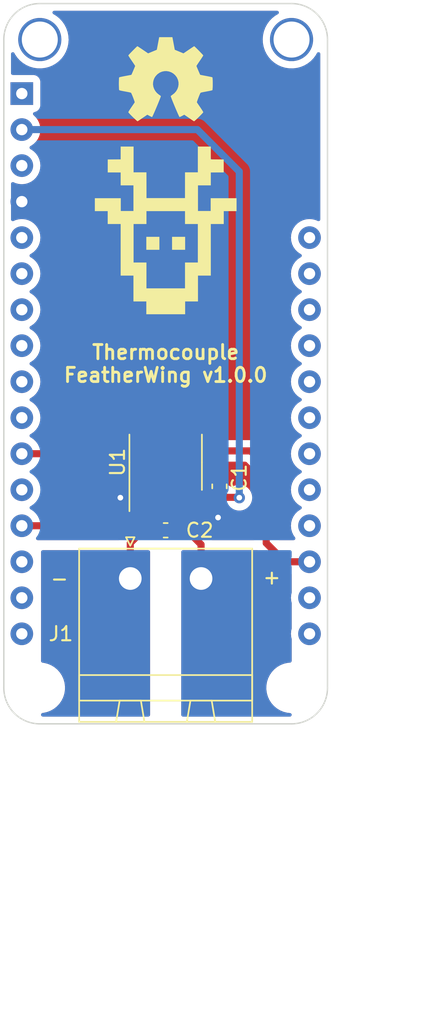
<source format=kicad_pcb>
(kicad_pcb (version 20211014) (generator pcbnew)
  (title_block (title "Thermocouple FeatherWing") (date "2023-06-22") (rev "1.0.0") (company "Christian Hirsch") (comment 1 "Copyright (c) 2023 Christian Hirsch") (comment 2 "SPDX-License-Identifier: Apache-2.0 WITH SHL-2.1"))
  (layers (0 "F.Cu" signal) (31 "B.Cu" signal) (34 "B.Paste" user) (35 "F.Paste" user) (36 "B.SilkS" user "B.Silkscreen") (37 "F.SilkS" user "F.Silkscreen") (38 "B.Mask" user) (39 "F.Mask" user) (44 "Edge.Cuts" user))
  (net 0 "")
  (net 2 "VDD")
  (net 4 "GND")
  (net 11 "/SCK")
  (net 13 "/SO")
  (net 19 "/~{CS}")
  (net 29 "/T+")
  (net 30 "/T-")
  (footprint "Symbol:OSHW-Symbol_6.7x6mm_SilkScreen" (layer "F.Cu") (at 100 99)
    (fp_text reference "REF**" hide)
    (fp_text value "OSHW-Symbol_6.7x6mm_SilkScreen" hide)
    (fp_poly (pts (xy 0.555814 -2.531069) (xy 0.639635 -2.086445) (xy 0.94892 -1.958947) (xy 1.258206 -1.831449) (xy 1.629246 -2.083754) (xy 1.733157 -2.154004) (xy 1.827087 -2.216728) (xy 1.906652 -2.269062) (xy 1.96747 -2.308143) (xy 2.005157 -2.331107) (xy 2.015421 -2.336058) (xy 2.03391 -2.323324) (xy 2.07342 -2.288118) (xy 2.129522 -2.234938) (xy 2.197787 -2.168282) (xy 2.273786 -2.092646) (xy 2.353092 -2.012528) (xy 2.431275 -1.932426) (xy 2.503907 -1.856836) (xy 2.566559 -1.790255) (xy 2.614803 -1.737182) (xy 2.64421 -1.702113) (xy 2.651241 -1.690377) (xy 2.641123 -1.66874) (xy 2.612759 -1.621338) (xy 2.569129 -1.552807) (xy 2.513218 -1.467785) (xy 2.448006 -1.370907) (xy 2.410219 -1.31565) (xy 2.341343 -1.214752) (xy 2.28014 -1.123701) (xy 2.229578 -1.04703) (xy 2.192628 -0.989272) (xy 2.172258 -0.954957) (xy 2.169197 -0.947746) (xy 2.176136 -0.927252) (xy 2.195051 -0.879487) (xy 2.223087 -0.811168) (xy 2.257391 -0.729011) (xy 2.295109 -0.63973) (xy 2.333387 -0.550042) (xy 2.36937 -0.466662) (xy 2.400206 -0.396306) (xy 2.423039 -0.34569) (xy 2.435017 -0.321529) (xy 2.435724 -0.320578) (xy 2.454531 -0.315964) (xy 2.504618 -0.305672) (xy 2.580793 -0.290713) (xy 2.677865 -0.272099) (xy 2.790643 -0.250841) (xy 2.856442 -0.238582) (xy 2.97695 -0.215638) (xy 3.085797 -0.193805) (xy 3.177476 -0.174278) (xy 3.246481 -0.158252) (xy 3.287304 -0.146921) (xy 3.295511 -0.143326) (xy 3.303548 -0.118994) (xy 3.310033 -0.064041) (xy 3.31497 0.015108) (xy 3.318364 0.112026) (xy 3.320218 0.220287) (xy 3.320538 0.333465) (xy 3.319327 0.445135) (xy 3.31659 0.548868) (xy 3.312331 0.638241) (xy 3.306555 0.706826) (xy 3.299267 0.748197) (xy 3.294895 0.75681) (xy 3.268764 0.767133) (xy 3.213393 0.781892) (xy 3.136107 0.799352) (xy 3.04423 0.81778) (xy 3.012158 0.823741) (xy 2.857524 0.852066) (xy 2.735375 0.874876) (xy 2.641673 0.89308) (xy 2.572384 0.907583) (xy 2.523471 0.919292) (xy 2.490897 0.929115) (xy 2.470628 0.937956) (xy 2.458626 0.946724) (xy 2.456947 0.948457) (xy 2.440184 0.976371) (xy 2.414614 1.030695) (xy 2.382788 1.104777) (xy 2.34726 1.191965) (xy 2.310583 1.285608) (xy 2.275311 1.379052) (xy 2.243996 1.465647) (xy 2.219193 1.53874) (xy 2.203454 1.591678) (xy 2.199332 1.617811) (xy 2.199676 1.618726) (xy 2.213641 1.640086) (xy 2.245322 1.687084) (xy 2.291391 1.754827) (xy 2.348518 1.838423) (xy 2.413373 1.932982) (xy 2.431843 1.959854) (xy 2.497699 2.057275) (xy 2.55565 2.146163) (xy 2.602538 2.221412) (xy 2.635207 2.27792) (xy 2.6505 2.310581) (xy 2.651241 2.314593) (xy 2.638392 2.335684) (xy 2.602888 2.377464) (xy 2.549293 2.435445) (xy 2.482171 2.505135) (xy 2.406087 2.582045) (xy 2.325604 2.661683) (xy 2.245287 2.739561) (xy 2.169699 2.811186) (xy 2.103405 2.87207) (xy 2.050969 2.917721) (xy 2.016955 2.94365) (xy 2.007545 2.947883) (xy 1.985643 2.937912) (xy 1.9408 2.91102) (xy 1.880321 2.871736) (xy 1.833789 2.840117) (xy 1.749475 2.782098) (xy 1.649626 2.713784) (xy 1.549473 2.645579) (xy 1.495627 2.609075) (xy 1.313371 2.4858) (xy 1.160381 2.56852) (xy 1.090682 2.604759) (xy 1.031414 2.632926) (xy 0.991311 2.648991) (xy 0.981103 2.651226) (xy 0.968829 2.634722) (xy 0.944613 2.588082) (xy 0.910263 2.515609) (xy 0.867588 2.421606) (xy 0.818394 2.310374) (xy 0.76449 2.186215) (xy 0.707684 2.053432) (xy 0.649782 1.916327) (xy 0.592593 1.779202) (xy 0.537924 1.646358) (xy 0.487584 1.522098) (xy 0.44338 1.410725) (xy 0.407119 1.316539) (xy 0.380609 1.243844) (xy 0.365658 1.196941) (xy 0.363254 1.180833) (xy 0.382311 1.160286) (xy 0.424036 1.126933) (xy 0.479706 1.087702) (xy 0.484378 1.084599) (xy 0.628264 0.969423) (xy 0.744283 0.835053) (xy 0.83143 0.685784) (xy 0.888699 0.525913) (xy 0.915086 0.359737) (xy 0.909585 0.191552) (xy 0.87119 0.025655) (xy 0.798895 -0.133658) (xy 0.777626 -0.168513) (xy 0.666996 -0.309263) (xy 0.536302 -0.422286) (xy 0.390064 -0.506997) (xy 0.232808 -0.562806) (xy 0.069057 -0.589126) (xy -0.096667 -0.58537) (xy -0.259838 -0.55095) (xy -0.415935 -0.485277) (xy -0.560433 -0.387765) (xy -0.605131 -0.348187) (xy -0.718888 -0.224297) (xy -0.801782 -0.093876) (xy -0.858644 0.052315) (xy -0.890313 0.197088) (xy -0.898131 0.35986) (xy -0.872062 0.52344) (xy -0.814755 0.682298) (xy -0.728856 0.830906) (xy -0.617014 0.963735) (xy -0.481877 1.075256) (xy -0.464117 1.087011) (xy -0.40785 1.125508) (xy -0.365077 1.158863) (xy -0.344628 1.18016) (xy -0.344331 1.180833) (xy -0.348721 1.203871) (xy -0.366124 1.256157) (xy -0.394732 1.33339) (xy -0.432735 1.431268) (xy -0.478326 1.545491) (xy -0.529697 1.671758) (xy -0.585038 1.805767) (xy -0.642542 1.943218) (xy -0.700399 2.079808) (xy -0.756802 2.211237) (xy -0.809942 2.333205) (xy -0.85801 2.441409) (xy -0.899199 2.531549) (xy -0.931699 2.599323) (xy -0.953703 2.64043) (xy -0.962564 2.651226) (xy -0.98964 2.642819) (xy -1.040303 2.620272) (xy -1.105817 2.587613) (xy -1.141841 2.56852) (xy -1.294832 2.4858) (xy -1.477088 2.609075) (xy -1.570125 2.672228) (xy -1.671985 2.741727) (xy -1.767438 2.807165) (xy -1.81525 2.840117) (xy -1.882495 2.885273) (xy -1.939436 2.921057) (xy -1.978646 2.942938) (xy -1.991381 2.947563) (xy -2.009917 2.935085) (xy -2.050941 2.900252) (xy -2.110475 2.846678) (xy -2.184542 2.777983) (xy -2.269165 2.697781) (xy -2.322685 2.646286) (xy -2.416319 2.554286) (xy -2.497241 2.471999) (xy -2.562177 2.402945) (xy -2.607858 2.350644) (xy -2.631011 2.318616) (xy -2.633232 2.312116) (xy -2.622924 2.287394) (xy -2.594439 2.237405) (xy -2.550937 2.167212) (xy -2.495577 2.081875) (xy -2.43152 1.986456) (xy -2.413303 1.959854) (xy -2.346927 1.863167) (xy -2.287378 1.776117) (xy -2.237984 1.703595) (xy -2.202075 1.650493) (xy -2.182981 1.621703) (xy -2.181136 1.618726) (xy -2.183895 1.595782) (xy -2.198538 1.545336) (xy -2.222513 1.474041) (xy -2.253266 1.388547) (xy -2.288244 1.295507) (xy -2.324893 1.201574) (xy -2.360661 1.113399) (xy -2.392994 1.037634) (xy -2.419338 0.980931) (xy -2.437142 0.949943) (xy -2.438407 0.948457) (xy -2.449294 0.939601) (xy -2.467682 0.930843) (xy -2.497606 0.921277) (xy -2.543103 0.909996) (xy -2.608209 0.896093) (xy -2.696961 0.878663) (xy -2.813393 0.856798) (xy -2.961542 0.829591) (xy -2.993618 0.823741) (xy -3.088686 0.805374) (xy -3.171565 0.787405) (xy -3.23493 0.771569) (xy -3.271458 0.7596) (xy -3.276356 0.75681) (xy -3.284427 0.732072) (xy -3.290987 0.67679) (xy -3.296033 0.597389) (xy -3.299559 0.500296) (xy -3.301561 0.391938) (xy -3.302036 0.27874) (xy -3.300977 0.167128) (xy -3.298382 0.063529) (xy -3.294246 -0.025632) (xy -3.288563 -0.093928) (xy -3.281331 -0.134934) (xy -3.276971 -0.143326) (xy -3.252698 -0.151792) (xy -3.197426 -0.165565) (xy -3.116662 -0.18345) (xy -3.015912 -0.204252) (xy -2.900683 -0.226777) (xy -2.837902 -0.238582) (xy -2.718787 -0.260849) (xy -2.612565 -0.281021) (xy -2.524427 -0.298085) (xy -2.459566 -0.311031) (xy -2.423174 -0.318845) (xy -2.417184 -0.320578) (xy -2.407061 -0.34011) (xy -2.385662 -0.387157) (xy -2.355839 -0.454997) (xy -2.320445 -0.536909) (xy -2.282332 -0.626172) (xy -2.244353 -0.716065) (xy -2.20936 -0.799865) (xy -2.180206 -0.870853) (xy -2.159743 -0.922306) (xy -2.150823 -0.947503) (xy -2.150657 -0.948604) (xy -2.160769 -0.968481) (xy -2.189117 -1.014223) (xy -2.232723 -1.081283) (xy -2.288606 -1.165116) (xy -2.353787 -1.261174) (xy -2.391679 -1.31635) (xy -2.460725 -1.417519) (xy -2.52205 -1.50937) (xy -2.572663 -1.587256) (xy -2.609571 -1.646531) (xy -2.629782 -1.682549) (xy -2.632701 -1.690623) (xy -2.620153 -1.709416) (xy -2.585463 -1.749543) (xy -2.533063 -1.806507) (xy -2.467384 -1.875815) (xy -2.392856 -1.952969) (xy -2.313913 -2.033475) (xy -2.234983 -2.112837) (xy -2.1605 -2.18656) (xy -2.094894 -2.250148) (xy -2.042596 -2.299106) (xy -2.008039 -2.328939) (xy -1.996478 -2.336058) (xy -1.977654 -2.326047) (xy -1.932631 -2.297922) (xy -1.865787 -2.254546) (xy -1.781499 -2.198782) (xy -1.684144 -2.133494) (xy -1.610707 -2.083754) (xy -1.239667 -1.831449) (xy -0.621095 -2.086445) (xy -0.537275 -2.531069) (xy -0.453454 -2.975693) (xy 0.471994 -2.975693) (xy 0.555814 -2.531069)) (layer "F.SilkS") (width 0.01) (fill solid))
  )
  (footprint "Connector_Phoenix_MSTB:PhoenixContact_MSTBA_2,5_2-G_1x02_P5.00mm_Horizontal" (layer "F.Cu") (at 97.5 134.2)
    (fp_text reference "J1" (at -4.9 3.9) (layer "F.SilkS"))
    (fp_text value "Screw_Terminal_01x02")
    (fp_line (start -1 10.11) (end 1 10.11) (layer "F.SilkS") (width 0.12))
    (fp_line (start 8.61 -2.11) (end -3.61 -2.11) (layer "F.SilkS") (width 0.12))
    (fp_line (start 4 10.11) (end 6 10.11) (layer "F.SilkS") (width 0.12))
    (fp_line (start 0 -2.31) (end -0.3 -2.91) (layer "F.SilkS") (width 0.12))
    (fp_line (start 0.75 8.61) (end -0.75 8.61) (layer "F.SilkS") (width 0.12))
    (fp_line (start 0.3 -2.91) (end 0 -2.31) (layer "F.SilkS") (width 0.12))
    (fp_line (start -0.75 8.61) (end -1 10.11) (layer "F.SilkS") (width 0.12))
    (fp_line (start -3.61 10.11) (end 8.61 10.11) (layer "F.SilkS") (width 0.12))
    (fp_line (start 5.75 8.61) (end 4.25 8.61) (layer "F.SilkS") (width 0.12))
    (fp_line (start 8.61 10.11) (end 8.61 -2.11) (layer "F.SilkS") (width 0.12))
    (fp_line (start -3.61 6.81) (end 8.61 6.81) (layer "F.SilkS") (width 0.12))
    (fp_line (start 6 10.11) (end 5.75 8.61) (layer "F.SilkS") (width 0.12))
    (fp_line (start -3.61 -2.11) (end -3.61 10.11) (layer "F.SilkS") (width 0.12))
    (fp_line (start -0.3 -2.91) (end 0.3 -2.91) (layer "F.SilkS") (width 0.12))
    (fp_line (start 1 10.11) (end 0.75 8.61) (layer "F.SilkS") (width 0.12))
    (fp_line (start 8.61 8.61) (end -3.61 8.61) (layer "F.SilkS") (width 0.12))
    (fp_line (start 8.61 6.81) (end 8.61 8.61) (layer "F.SilkS") (width 0.12))
    (fp_line (start 4.25 8.61) (end 4 10.11) (layer "F.SilkS") (width 0.12))
    (fp_line (start -3.61 8.61) (end -3.61 6.81) (layer "F.SilkS") (width 0.12))
    (pad "1" thru_hole roundrect (at 0 0) (size 2.2 3.6) (drill 1.6) (layers *.Cu *.Mask) (roundrect_rratio 0.125) (net 30 "/T-"))
    (pad "2" thru_hole oval (at 5 0) (size 2.2 3.6) (drill 1.6) (layers *.Cu *.Mask) (net 29 "/T+"))
  )
  (footprint "Logo:didee_logo_10x11.8" (layer "F.Cu") (at 100 109.65)
    (fp_text reference "G***" hide)
    (fp_text value "LOGO" hide)
    (fp_poly (pts (xy -0.448733 1.363133) (xy -1.363134 1.363133) (xy -1.363134 0.4572) (xy -0.448733 0.4572) (xy -0.448733 1.363133)) (layer "F.SilkS") (width 0.01) (fill solid))
    (fp_poly (pts (xy 1.3716 1.363133) (xy 0.4572 1.363133) (xy 0.4572 0.4572) (xy 1.3716 0.4572) (xy 1.3716 1.363133)) (layer "F.SilkS") (width 0.01) (fill solid))
    (fp_poly (pts (xy -2.269067 -4.0894) (xy -1.36321 -4.0894) (xy -1.3589 -2.2733) (xy 1.367367 -2.2733) (xy 1.369521 -3.18135) (xy 1.371676 -4.0894) (xy 2.277533 -4.0894) (xy 2.277533 -5.909733) (xy 3.183466 -5.909733) (xy 3.183466 -5.45684) (xy 3.183467 -5.003947) (xy 4.093633 -4.999567) (xy 4.093633 -4.093634) (xy 3.63855 -4.091443) (xy 3.183466 -4.089253) (xy 3.183466 -3.183467) (xy 2.277533 -3.183467) (xy 2.277533 -1.363133) (xy 3.183466 -1.363133) (xy 3.183466 -2.269067) (xy 5.0038 -2.269067) (xy 5.0038 -1.363133) (xy 4.097867 -1.363133) (xy 4.097867 -0.4572) (xy 3.183466 -0.4572) (xy 3.183466 3.183467) (xy 2.277533 3.183467) (xy 2.277533 5.0038) (xy 1.3716 5.0038) (xy 1.3716 5.909733) (xy -1.363134 5.909733) (xy -1.363134 5.0038) (xy -2.269067 5.0038) (xy -2.269067 3.183467) (xy -3.175 3.183467) (xy -3.175 -0.4572) (xy -2.269067 -0.4572) (xy -2.269067 2.269066) (xy -1.363134 2.269066) (xy -1.363134 4.0894) (xy 1.3716 4.0894) (xy 1.3716 2.269066) (xy 2.277533 2.269066) (xy 2.277533 -0.4572) (xy 1.3716 -0.4572) (xy 1.3716 -1.363133) (xy -1.363134 -1.363133) (xy -1.363134 -0.4572) (xy -2.269067 -0.4572) (xy -3.175 -0.4572) (xy -4.0894 -0.4572) (xy -4.0894 -1.363133) (xy -4.995333 -1.363133) (xy -4.995333 -2.269067) (xy -3.175 -2.269067) (xy -3.175 -1.363133) (xy -2.269067 -1.363133) (xy -2.269067 -3.183467) (xy -3.175 -3.183467) (xy -3.175 -4.089253) (xy -3.630083 -4.091443) (xy -4.085167 -4.093634) (xy -4.085167 -4.999567) (xy -3.630083 -5.001757) (xy -3.175 -5.003947) (xy -3.175 -5.909733) (xy -2.269067 -5.909733) (xy -2.269067 -4.0894)) (layer "F.SilkS") (width 0.01) (fill solid))
  )
  (footprint "Package_SO:SOIC-8_3.9x4.9mm_P1.27mm" (layer "F.Cu") (at 100 126 90)
    (fp_text reference "U1" (at 0 -3.4 90) (layer "F.SilkS"))
    (fp_text value "MAX31855KASA")
    (fp_line (start 0 -2.56) (end 1.95 -2.56) (layer "F.SilkS") (width 0.12))
    (fp_line (start 0 -2.56) (end -3.45 -2.56) (layer "F.SilkS") (width 0.12))
    (fp_line (start 0 2.56) (end 1.95 2.56) (layer "F.SilkS") (width 0.12))
    (fp_line (start 0 2.56) (end -1.95 2.56) (layer "F.SilkS") (width 0.12))
    (pad "1" smd roundrect (at -2.475 -1.905 90) (size 1.95 0.6) (layers "F.Cu" "F.Paste" "F.Mask") (net 4 "GND"))
    (pad "2" smd roundrect (at -2.475 -0.635 90) (size 1.95 0.6) (layers "F.Cu" "F.Paste" "F.Mask") (net 30 "/T-"))
    (pad "3" smd roundrect (at -2.475 0.635 90) (size 1.95 0.6) (layers "F.Cu" "F.Paste" "F.Mask") (net 29 "/T+"))
    (pad "4" smd roundrect (at -2.475 1.905 90) (size 1.95 0.6) (layers "F.Cu" "F.Paste" "F.Mask") (net 2 "VDD"))
    (pad "5" smd roundrect (at 2.475 1.905 90) (size 1.95 0.6) (layers "F.Cu" "F.Paste" "F.Mask") (net 11 "/SCK"))
    (pad "6" smd roundrect (at 2.475 0.635 90) (size 1.95 0.6) (layers "F.Cu" "F.Paste" "F.Mask") (net 19 "/~{CS}"))
    (pad "7" smd roundrect (at 2.475 -0.635 90) (size 1.95 0.6) (layers "F.Cu" "F.Paste" "F.Mask") (net 13 "/SO"))
    (pad "8" smd roundrect (at 2.475 -1.905 90) (size 1.95 0.6) (layers "F.Cu" "F.Paste" "F.Mask"))
  )
  (footprint "Capacitor_SMD:C_0603_1608Metric" (layer "F.Cu") (at 103.8 127.7 90)
    (fp_text reference "C1" (at 0.6 1.4 90) (layer "F.SilkS"))
    (fp_text value "100n")
    (fp_line (start -0.14058 -0.51) (end 0.14058 -0.51) (layer "F.SilkS") (width 0.12))
    (fp_line (start -0.14058 0.51) (end 0.14058 0.51) (layer "F.SilkS") (width 0.12))
    (pad "1" smd roundrect (at -0.775 0 90) (size 0.9 0.95) (layers "F.Cu" "F.Paste" "F.Mask") (net 2 "VDD"))
    (pad "2" smd roundrect (at 0.775 0 90) (size 0.9 0.95) (layers "F.Cu" "F.Paste" "F.Mask") (net 4 "GND"))
  )
  (footprint "Capacitor_SMD:C_0603_1608Metric" (layer "F.Cu") (at 100 130.8 180)
    (fp_text reference "C2" (at -2.4 0) (layer "F.SilkS"))
    (fp_text value "10n")
    (fp_line (start -0.14058 -0.51) (end 0.14058 -0.51) (layer "F.SilkS") (width 0.12))
    (fp_line (start -0.14058 0.51) (end 0.14058 0.51) (layer "F.SilkS") (width 0.12))
    (pad "1" smd roundrect (at -0.775 0 180) (size 0.9 0.95) (layers "F.Cu" "F.Paste" "F.Mask") (net 29 "/T+"))
    (pad "2" smd roundrect (at 0.775 0 180) (size 0.9 0.95) (layers "F.Cu" "F.Paste" "F.Mask") (net 30 "/T-"))
  )
  (footprint "Project:Adafruit_Feather_EdgeCuts" (layer "F.Cu") (at 100 119.05)
    (fp_text reference "A1" hide)
    (fp_text value "Adafruit_Feather_Generic")
    (fp_line (start -11.43 -22.86) (end -11.43 22.86) (layer "Edge.Cuts") (width 0.1))
    (fp_line (start 11.43 22.86) (end 11.43 -22.86) (layer "Edge.Cuts") (width 0.1))
    (fp_line (start 8.89 -25.4) (end -8.89 -25.4) (layer "Edge.Cuts") (width 0.1))
    (fp_line (start -8.938762 25.399532) (end 8.89 25.4) (layer "Edge.Cuts") (width 0.1))
    (fp_arc (start 8.89 -25.4) (mid 10.686051 -24.656051) (end 11.43 -22.86) (layer "Edge.Cuts") (width 0.1))
    (fp_arc (start -8.938762 25.399532) (mid -10.703209 24.638728) (end -11.43 22.86) (layer "Edge.Cuts") (width 0.1))
    (fp_arc (start 11.43 22.86) (mid 10.686051 24.656051) (end 8.89 25.4) (layer "Edge.Cuts") (width 0.1))
    (fp_arc (start -11.43 -22.86) (mid -10.686051 -24.656051) (end -8.89 -25.4) (layer "Edge.Cuts") (width 0.1))
    (pad "" np_thru_hole circle locked (at -8.89 -22.86) (size 3.048 3.048) (drill 2.54) (layers F&B.Cu *.Mask))
    (pad "" np_thru_hole circle locked (at -8.89 22.86) (size 2.54 2.54) (drill 2.54) (layers F&B.Cu *.Mask))
    (pad "" np_thru_hole circle locked (at 8.89 22.86) (size 2.54 2.54) (drill 2.54) (layers F&B.Cu *.Mask))
    (pad "" np_thru_hole circle locked (at 8.89 -22.86) (size 3.048 3.048) (drill 2.54) (layers F&B.Cu *.Mask))
    (pad "1" thru_hole rect locked (at -10.16 -19.05 180) (size 1.6 1.6) (drill 0.8) (layers *.Cu *.Mask))
    (pad "2" thru_hole circle locked (at -10.16 -16.51 180) (size 1.6 1.6) (drill 0.8) (layers *.Cu *.Mask) (net 2 "VDD"))
    (pad "3" thru_hole circle locked (at -10.16 -13.97 180) (size 1.6 1.6) (drill 0.8) (layers *.Cu *.Mask))
    (pad "4" thru_hole circle locked (at -10.16 -11.43 180) (size 1.6 1.6) (drill 0.8) (layers *.Cu *.Mask) (net 4 "GND"))
    (pad "5" thru_hole circle locked (at -10.16 -8.89 180) (size 1.6 1.6) (drill 0.8) (layers *.Cu *.Mask))
    (pad "6" thru_hole circle locked (at -10.16 -6.35 180) (size 1.6 1.6) (drill 0.8) (layers *.Cu *.Mask))
    (pad "7" thru_hole circle locked (at -10.16 -3.81 180) (size 1.6 1.6) (drill 0.8) (layers *.Cu *.Mask))
    (pad "8" thru_hole circle locked (at -10.16 -1.27 180) (size 1.6 1.6) (drill 0.8) (layers *.Cu *.Mask))
    (pad "9" thru_hole circle locked (at -10.16 1.27 180) (size 1.6 1.6) (drill 0.8) (layers *.Cu *.Mask))
    (pad "10" thru_hole circle locked (at -10.16 3.81 180) (size 1.6 1.6) (drill 0.8) (layers *.Cu *.Mask))
    (pad "11" thru_hole circle locked (at -10.16 6.35 180) (size 1.6 1.6) (drill 0.8) (layers *.Cu *.Mask) (net 11 "/SCK"))
    (pad "12" thru_hole circle locked (at -10.16 8.89 180) (size 1.6 1.6) (drill 0.8) (layers *.Cu *.Mask))
    (pad "13" thru_hole circle locked (at -10.16 11.43 180) (size 1.6 1.6) (drill 0.8) (layers *.Cu *.Mask) (net 13 "/SO"))
    (pad "14" thru_hole circle locked (at -10.16 13.97 180) (size 1.6 1.6) (drill 0.8) (layers *.Cu *.Mask))
    (pad "15" thru_hole circle locked (at -10.16 16.51 180) (size 1.6 1.6) (drill 0.8) (layers *.Cu *.Mask))
    (pad "16" thru_hole circle locked (at -10.16 19.05 180) (size 1.6 1.6) (drill 0.8) (layers *.Cu *.Mask))
    (pad "17" thru_hole circle locked (at 10.16 19.05 180) (size 1.6 1.6) (drill 0.8) (layers *.Cu *.Mask))
    (pad "18" thru_hole circle locked (at 10.16 16.51 180) (size 1.6 1.6) (drill 0.8) (layers *.Cu *.Mask))
    (pad "19" thru_hole circle locked (at 10.16 13.97 180) (size 1.6 1.6) (drill 0.8) (layers *.Cu *.Mask) (net 19 "/~{CS}"))
    (pad "20" thru_hole circle locked (at 10.16 11.43 180) (size 1.6 1.6) (drill 0.8) (layers *.Cu *.Mask))
    (pad "21" thru_hole circle locked (at 10.16 8.89 180) (size 1.6 1.6) (drill 0.8) (layers *.Cu *.Mask))
    (pad "22" thru_hole circle locked (at 10.16 6.35 180) (size 1.6 1.6) (drill 0.8) (layers *.Cu *.Mask))
    (pad "23" thru_hole circle locked (at 10.16 3.81 180) (size 1.6 1.6) (drill 0.8) (layers *.Cu *.Mask))
    (pad "24" thru_hole circle locked (at 10.16 1.27 180) (size 1.6 1.6) (drill 0.8) (layers *.Cu *.Mask))
    (pad "25" thru_hole circle locked (at 10.16 -1.27 180) (size 1.6 1.6) (drill 0.8) (layers *.Cu *.Mask))
    (pad "26" thru_hole circle locked (at 10.16 -3.81 180) (size 1.6 1.6) (drill 0.8) (layers *.Cu *.Mask))
    (pad "27" thru_hole circle locked (at 10.16 -6.35 180) (size 1.6 1.6) (drill 0.8) (layers *.Cu *.Mask))
    (pad "28" thru_hole circle locked (at 10.16 -8.89 180) (size 1.6 1.6) (drill 0.8) (layers *.Cu *.Mask))
  )
  (gr_text "+" (at 107.5 134.1) (layer "F.SilkS") (effects (font (size 1 1))))
  (gr_text "-" (at 92.5 134.2) (layer "F.SilkS") (effects (font (size 1 1))))
  (gr_text "Thermocouple\nFeatherWing v1.0.0" (at 100 119.05) (layer "F.SilkS") (effects (font (size 1 1) (thickness 0.2))))
  (segment (start 101.905 128.475) (end 103.8 128.475) (width 0.5) (layer "F.Cu") (net 2))
  (segment (start 103.8 128.475) (end 105.175 128.475) (width 0.5) (layer "F.Cu") (net 2))
  (segment (start 105.175 128.475) (end 105.2 128.5) (width 0.5) (layer "F.Cu") (net 2))
  (via (at 105.2 128.5) (size 0.8) (drill 0.4) (layers "F.Cu" "B.Cu") (net 2))
  (segment (start 105.2 105.5) (end 102.24 102.54) (width 0.5) (layer "B.Cu") (net 2))
  (segment (start 105.2 128.5) (end 105.2 105.5) (width 0.5) (layer "B.Cu") (net 2))
  (segment (start 102.24 102.54) (end 89.84 102.54) (width 0.5) (layer "B.Cu") (net 2))
  (via (at 103.7 129.9) (size 0.8) (drill 0.4) (layers "F.Cu" "B.Cu") (net 4))
  (via (at 96.8 128.5) (size 0.8) (drill 0.4) (layers "F.Cu" "B.Cu") (net 4))
  (segment (start 93 125.4) (end 89.84 125.4) (width 0.5) (layer "F.Cu") (net 11))
  (segment (start 101.905 123.525) (end 101.905 122.305) (width 0.5) (layer "F.Cu") (net 11))
  (segment (start 101.4 121.8) (end 96.6 121.8) (width 0.5) (layer "F.Cu") (net 11))
  (segment (start 101.905 122.305) (end 101.4 121.8) (width 0.5) (layer "F.Cu") (net 11))
  (segment (start 96.6 121.8) (end 93 125.4) (width 0.5) (layer "F.Cu") (net 11))
  (segment (start 94.2 125.2) (end 92.8 126.6) (width 0.5) (layer "F.Cu") (net 13))
  (segment (start 91.52 130.48) (end 89.84 130.48) (width 0.5) (layer "F.Cu") (net 13))
  (segment (start 99.365 123.525) (end 99.365 124.635) (width 0.5) (layer "F.Cu") (net 13))
  (segment (start 92.8 129.2) (end 91.52 130.48) (width 0.5) (layer "F.Cu") (net 13))
  (segment (start 99.365 124.635) (end 98.8 125.2) (width 0.5) (layer "F.Cu") (net 13))
  (segment (start 92.8 126.6) (end 92.8 129.2) (width 0.5) (layer "F.Cu") (net 13))
  (segment (start 98.8 125.2) (end 94.2 125.2) (width 0.5) (layer "F.Cu") (net 13))
  (segment (start 100.635 124.635) (end 101.2 125.2) (width 0.5) (layer "F.Cu") (net 19))
  (segment (start 107.1 126.3) (end 107.1 131.7) (width 0.5) (layer "F.Cu") (net 19))
  (segment (start 101.2 125.2) (end 106 125.2) (width 0.5) (layer "F.Cu") (net 19))
  (segment (start 108.42 133.02) (end 110.16 133.02) (width 0.5) (layer "F.Cu") (net 19))
  (segment (start 106 125.2) (end 107.1 126.3) (width 0.5) (layer "F.Cu") (net 19))
  (segment (start 107.1 131.7) (end 108.42 133.02) (width 0.5) (layer "F.Cu") (net 19))
  (segment (start 100.635 123.525) (end 100.635 124.635) (width 0.5) (layer "F.Cu") (net 19))
  (segment (start 102.5 131.8) (end 101.5 130.8) (width 0.5) (layer "F.Cu") (net 29))
  (segment (start 101.5 130.8) (end 100.775 130.8) (width 0.5) (layer "F.Cu") (net 29))
  (segment (start 102.5 134.4225) (end 102.5 131.8) (width 0.5) (layer "F.Cu") (net 29))
  (segment (start 100.635 129.935) (end 100.635 128.475) (width 0.5) (layer "F.Cu") (net 29))
  (segment (start 100.775 130.075) (end 100.635 129.935) (width 0.5) (layer "F.Cu") (net 29))
  (segment (start 100.775 130.8) (end 100.775 130.075) (width 0.5) (layer "F.Cu") (net 29))
  (segment (start 99.225 130.8) (end 99.225 130.075) (width 0.5) (layer "F.Cu") (net 30))
  (segment (start 99.365 129.935) (end 99.365 128.475) (width 0.5) (layer "F.Cu") (net 30))
  (segment (start 98.4 130.8) (end 99.225 130.8) (width 0.5) (layer "F.Cu") (net 30))
  (segment (start 99.225 130.075) (end 99.365 129.935) (width 0.5) (layer "F.Cu") (net 30))
  (segment (start 97.5 134.4225) (end 97.5 131.7) (width 0.5) (layer "F.Cu") (net 30))
  (segment (start 97.5 131.7) (end 98.4 130.8) (width 0.5) (layer "F.Cu") (net 30))
  (zone (net 4) (net_name "GND") (layers F&B.Cu) (connect_pads yes (clearance 0.508)) (min_thickness 0.254) (fill yes (thermal_gap 0.508) (thermal_bridge_width 0.508))
    (polygon (pts (xy 111.7 131.5) (xy 88.3 131.5) (xy 88.3 93.4) (xy 111.7 93.4)))
  )
  (zone (net 29) (net_name "/T+") (layers F&B.Cu) (connect_pads yes (clearance 0.508)) (min_thickness 0.254) (fill yes (thermal_gap 0.508) (thermal_bridge_width 0.508))
    (polygon (pts (xy 108.9 144.5) (xy 101.1 144.5) (xy 101.1 132.2) (xy 108.9 132.2)))
  )
  (zone (net 30) (net_name "/T-") (layers F&B.Cu) (connect_pads yes (clearance 0.508)) (min_thickness 0.254) (fill yes (thermal_gap 0.508) (thermal_bridge_width 0.508))
    (polygon (pts (xy 98.9 144.5) (xy 91.2 144.5) (xy 91.2 132.2) (xy 98.9 132.2)))
  )
)
</source>
